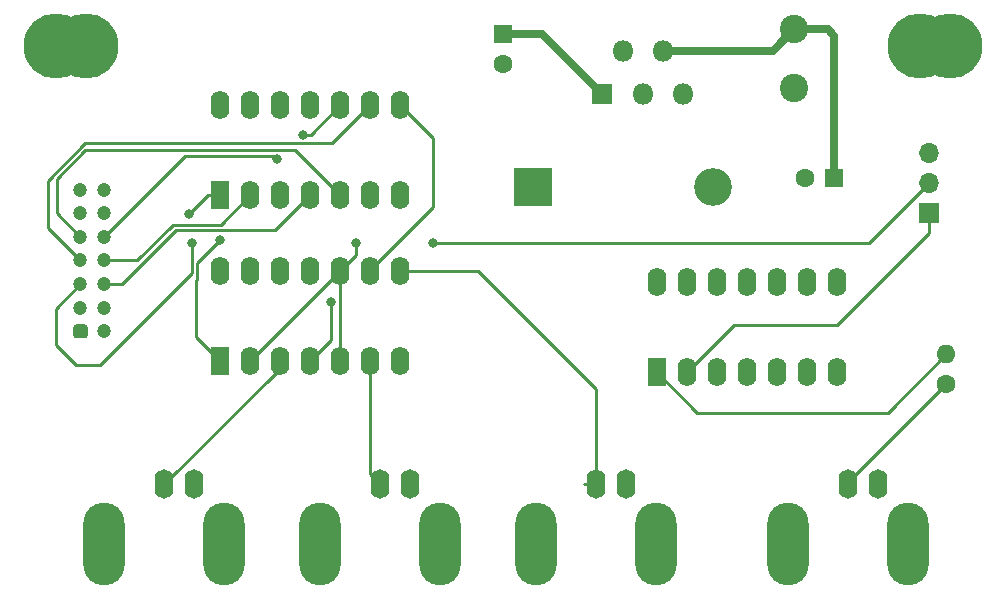
<source format=gbr>
G04 #@! TF.GenerationSoftware,KiCad,Pcbnew,5.1.7-a382d34a8~88~ubuntu20.04.1*
G04 #@! TF.CreationDate,2021-03-17T13:33:01+00:00*
G04 #@! TF.ProjectId,Lcr_addon,4c63725f-6164-4646-9f6e-2e6b69636164,rev?*
G04 #@! TF.SameCoordinates,Original*
G04 #@! TF.FileFunction,Copper,L1,Top*
G04 #@! TF.FilePolarity,Positive*
%FSLAX46Y46*%
G04 Gerber Fmt 4.6, Leading zero omitted, Abs format (unit mm)*
G04 Created by KiCad (PCBNEW 5.1.7-a382d34a8~88~ubuntu20.04.1) date 2021-03-17 13:33:01*
%MOMM*%
%LPD*%
G01*
G04 APERTURE LIST*
G04 #@! TA.AperFunction,ComponentPad*
%ADD10C,1.600000*%
G04 #@! TD*
G04 #@! TA.AperFunction,ComponentPad*
%ADD11R,1.600000X1.600000*%
G04 #@! TD*
G04 #@! TA.AperFunction,ComponentPad*
%ADD12C,1.200000*%
G04 #@! TD*
G04 #@! TA.AperFunction,ComponentPad*
%ADD13C,5.500000*%
G04 #@! TD*
G04 #@! TA.AperFunction,ComponentPad*
%ADD14R,1.800000X1.800000*%
G04 #@! TD*
G04 #@! TA.AperFunction,ComponentPad*
%ADD15O,1.800000X1.800000*%
G04 #@! TD*
G04 #@! TA.AperFunction,ComponentPad*
%ADD16R,3.200000X3.200000*%
G04 #@! TD*
G04 #@! TA.AperFunction,ComponentPad*
%ADD17O,3.200000X3.200000*%
G04 #@! TD*
G04 #@! TA.AperFunction,ComponentPad*
%ADD18O,1.600000X2.500000*%
G04 #@! TD*
G04 #@! TA.AperFunction,ComponentPad*
%ADD19O,3.500000X7.000000*%
G04 #@! TD*
G04 #@! TA.AperFunction,ComponentPad*
%ADD20C,2.400000*%
G04 #@! TD*
G04 #@! TA.AperFunction,ComponentPad*
%ADD21R,1.700000X1.700000*%
G04 #@! TD*
G04 #@! TA.AperFunction,ComponentPad*
%ADD22O,1.700000X1.700000*%
G04 #@! TD*
G04 #@! TA.AperFunction,ComponentPad*
%ADD23O,1.600000X1.600000*%
G04 #@! TD*
G04 #@! TA.AperFunction,ComponentPad*
%ADD24R,1.600000X2.400000*%
G04 #@! TD*
G04 #@! TA.AperFunction,ComponentPad*
%ADD25O,1.600000X2.400000*%
G04 #@! TD*
G04 #@! TA.AperFunction,ViaPad*
%ADD26C,0.800000*%
G04 #@! TD*
G04 #@! TA.AperFunction,Conductor*
%ADD27C,0.700000*%
G04 #@! TD*
G04 #@! TA.AperFunction,Conductor*
%ADD28C,0.250000*%
G04 #@! TD*
G04 APERTURE END LIST*
D10*
X78994000Y-57872000D03*
D11*
X78994000Y-55372000D03*
G04 #@! TA.AperFunction,ComponentPad*
G36*
G01*
X43530001Y-81118000D02*
X42829999Y-81118000D01*
G75*
G02*
X42580000Y-80868001I0J249999D01*
G01*
X42580000Y-80167999D01*
G75*
G02*
X42829999Y-79918000I249999J0D01*
G01*
X43530001Y-79918000D01*
G75*
G02*
X43780000Y-80167999I0J-249999D01*
G01*
X43780000Y-80868001D01*
G75*
G02*
X43530001Y-81118000I-249999J0D01*
G01*
G37*
G04 #@! TD.AperFunction*
D12*
X43180000Y-78518000D03*
X43180000Y-76518000D03*
X43180000Y-74518000D03*
X43180000Y-72518000D03*
X43180000Y-70518000D03*
X43180000Y-68518000D03*
X45180000Y-80518000D03*
X45180000Y-78518000D03*
X45180000Y-76518000D03*
X45180000Y-74518000D03*
X45180000Y-72518000D03*
X45180000Y-70518000D03*
X45180000Y-68518000D03*
D13*
X116840000Y-56388000D03*
X114300000Y-56388000D03*
X43688000Y-56388000D03*
D14*
X87376000Y-60452000D03*
D15*
X89076000Y-56752000D03*
X90776000Y-60452000D03*
X92476000Y-56752000D03*
X94176000Y-60452000D03*
D11*
X107000000Y-67500000D03*
D10*
X104500000Y-67500000D03*
D16*
X81534000Y-68326000D03*
D17*
X96774000Y-68326000D03*
D18*
X110744000Y-93472000D03*
X108204000Y-93472000D03*
D19*
X103124000Y-98552000D03*
X113284000Y-98552000D03*
D18*
X71120000Y-93472000D03*
X68580000Y-93472000D03*
D19*
X63500000Y-98552000D03*
X73660000Y-98552000D03*
X91948000Y-98552000D03*
X81788000Y-98552000D03*
D18*
X86868000Y-93472000D03*
X89408000Y-93472000D03*
D19*
X55372000Y-98552000D03*
X45212000Y-98552000D03*
D18*
X50292000Y-93472000D03*
X52832000Y-93472000D03*
D20*
X103632000Y-59944000D03*
X103632000Y-54944000D03*
D21*
X115000000Y-70500000D03*
D22*
X115000000Y-67960000D03*
X115000000Y-65420000D03*
D13*
X41148000Y-56388000D03*
D10*
X116500000Y-85000000D03*
D23*
X116500000Y-82460000D03*
D24*
X55000000Y-69000000D03*
D25*
X70240000Y-61380000D03*
X57540000Y-69000000D03*
X67700000Y-61380000D03*
X60080000Y-69000000D03*
X65160000Y-61380000D03*
X62620000Y-69000000D03*
X62620000Y-61380000D03*
X65160000Y-69000000D03*
X60080000Y-61380000D03*
X67700000Y-69000000D03*
X57540000Y-61380000D03*
X70240000Y-69000000D03*
X55000000Y-61380000D03*
X55000000Y-75380000D03*
X70240000Y-83000000D03*
X57540000Y-75380000D03*
X67700000Y-83000000D03*
X60080000Y-75380000D03*
X65160000Y-83000000D03*
X62620000Y-75380000D03*
X62620000Y-83000000D03*
X65160000Y-75380000D03*
X60080000Y-83000000D03*
X67700000Y-75380000D03*
X57540000Y-83000000D03*
X70240000Y-75380000D03*
D24*
X55000000Y-83000000D03*
X92000000Y-84000000D03*
D25*
X107240000Y-76380000D03*
X94540000Y-84000000D03*
X104700000Y-76380000D03*
X97080000Y-84000000D03*
X102160000Y-76380000D03*
X99620000Y-84000000D03*
X99620000Y-76380000D03*
X102160000Y-84000000D03*
X97080000Y-76380000D03*
X104700000Y-84000000D03*
X94540000Y-76380000D03*
X107240000Y-84000000D03*
X92000000Y-76380000D03*
D26*
X52600000Y-73000000D03*
X52400000Y-70600000D03*
X59800000Y-65925000D03*
X62000000Y-63875000D03*
X73000000Y-73000000D03*
X66500000Y-73000000D03*
X55000000Y-72800000D03*
X64400000Y-78000000D03*
D27*
X82296000Y-55372000D02*
X87376000Y-60452000D01*
X78994000Y-55372000D02*
X82296000Y-55372000D01*
D28*
X67700000Y-92592000D02*
X68580000Y-93472000D01*
X67700000Y-83000000D02*
X67700000Y-92592000D01*
X86868000Y-93472000D02*
X85818000Y-93472000D01*
X70240000Y-75380000D02*
X76880000Y-75380000D01*
X86868000Y-85368000D02*
X86868000Y-93472000D01*
X76880000Y-75380000D02*
X86868000Y-85368000D01*
X50292000Y-93022000D02*
X50292000Y-93472000D01*
X60080000Y-83684000D02*
X50292000Y-93472000D01*
X60080000Y-83000000D02*
X60080000Y-83684000D01*
X108204000Y-93296000D02*
X116500000Y-85000000D01*
X108204000Y-93472000D02*
X108204000Y-93296000D01*
X92000000Y-84000000D02*
X95400000Y-87400000D01*
X111560000Y-87400000D02*
X116500000Y-82460000D01*
X95400000Y-87400000D02*
X111560000Y-87400000D01*
D27*
X101824000Y-56752000D02*
X103632000Y-54944000D01*
X92476000Y-56752000D02*
X101824000Y-56752000D01*
X103632000Y-54944000D02*
X106444000Y-54944000D01*
X107000000Y-55500000D02*
X107000000Y-67500000D01*
X106444000Y-54944000D02*
X107000000Y-55500000D01*
D28*
X43180000Y-76518000D02*
X41098000Y-78600000D01*
X41098000Y-78600000D02*
X41098000Y-81702000D01*
X41098000Y-81702000D02*
X42796000Y-83400000D01*
X42796000Y-83400000D02*
X44800000Y-83400000D01*
X52600000Y-75600000D02*
X52600000Y-73000000D01*
X44800000Y-83400000D02*
X52600000Y-75600000D01*
X54000000Y-69000000D02*
X55000000Y-69000000D01*
X52400000Y-70600000D02*
X54000000Y-69000000D01*
X43180000Y-74518000D02*
X40400000Y-71738000D01*
X40400000Y-71738000D02*
X40400000Y-67763590D01*
X40400000Y-67763590D02*
X43563590Y-64600000D01*
X64480000Y-64600000D02*
X67700000Y-61380000D01*
X43563590Y-64600000D02*
X64480000Y-64600000D01*
X43180000Y-72518000D02*
X41162000Y-70500000D01*
X41162000Y-70500000D02*
X41162000Y-67638000D01*
X41162000Y-67638000D02*
X43600000Y-65200000D01*
X61360000Y-65200000D02*
X65160000Y-69000000D01*
X43600000Y-65200000D02*
X61360000Y-65200000D01*
X51249990Y-71950010D02*
X59669990Y-71950010D01*
X46682000Y-76518000D02*
X51249990Y-71950010D01*
X59669990Y-71950010D02*
X62620000Y-69000000D01*
X45180000Y-76518000D02*
X46682000Y-76518000D01*
X45180000Y-74518000D02*
X47982000Y-74518000D01*
X47982000Y-74518000D02*
X51000000Y-71500000D01*
X55040000Y-71500000D02*
X57540000Y-69000000D01*
X51000000Y-71500000D02*
X55040000Y-71500000D01*
X45180000Y-72518000D02*
X52047990Y-65650010D01*
X59525010Y-65650010D02*
X59800000Y-65925000D01*
X52047990Y-65650010D02*
X59525010Y-65650010D01*
X62665000Y-63875000D02*
X65160000Y-61380000D01*
X62000000Y-63875000D02*
X62665000Y-63875000D01*
X115000000Y-70500000D02*
X115000000Y-72200000D01*
X115000000Y-72200000D02*
X107200000Y-80000000D01*
X98540000Y-80000000D02*
X94540000Y-84000000D01*
X107200000Y-80000000D02*
X98540000Y-80000000D01*
X115000000Y-67960000D02*
X109960000Y-73000000D01*
X109960000Y-73000000D02*
X73000000Y-73000000D01*
X66500000Y-74040000D02*
X65160000Y-75380000D01*
X66500000Y-73000000D02*
X66500000Y-74040000D01*
X65160000Y-75380000D02*
X65160000Y-83000000D01*
X65160000Y-75380000D02*
X57540000Y-83000000D01*
X73000000Y-64140000D02*
X70240000Y-61380000D01*
X73000000Y-70000000D02*
X73000000Y-64140000D01*
X67700000Y-75300000D02*
X73000000Y-70000000D01*
X67700000Y-75380000D02*
X67700000Y-75300000D01*
X53050010Y-74749990D02*
X53050010Y-76149990D01*
X55000000Y-72800000D02*
X53050010Y-74749990D01*
X53050010Y-76149990D02*
X53000000Y-76200000D01*
X53000000Y-81000000D02*
X55000000Y-83000000D01*
X53000000Y-76200000D02*
X53000000Y-81000000D01*
X67700000Y-69000000D02*
X68000000Y-69000000D01*
X64400000Y-81220000D02*
X62620000Y-83000000D01*
X64400000Y-78000000D02*
X64400000Y-81220000D01*
M02*

</source>
